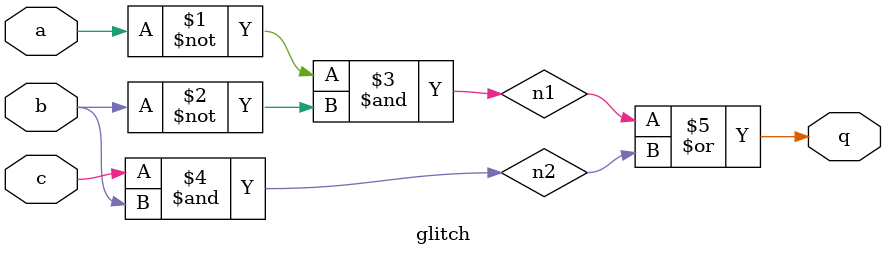
<source format=v>
module glitch (input a, input b, input c, output q);

    wire n1;
    wire n2;

/* simulating glitch */

    assign #2 n1  = ~a & ~b;
    assign #1 n2  = c & b;

    assign q = n1 | n2;

endmodule

</source>
